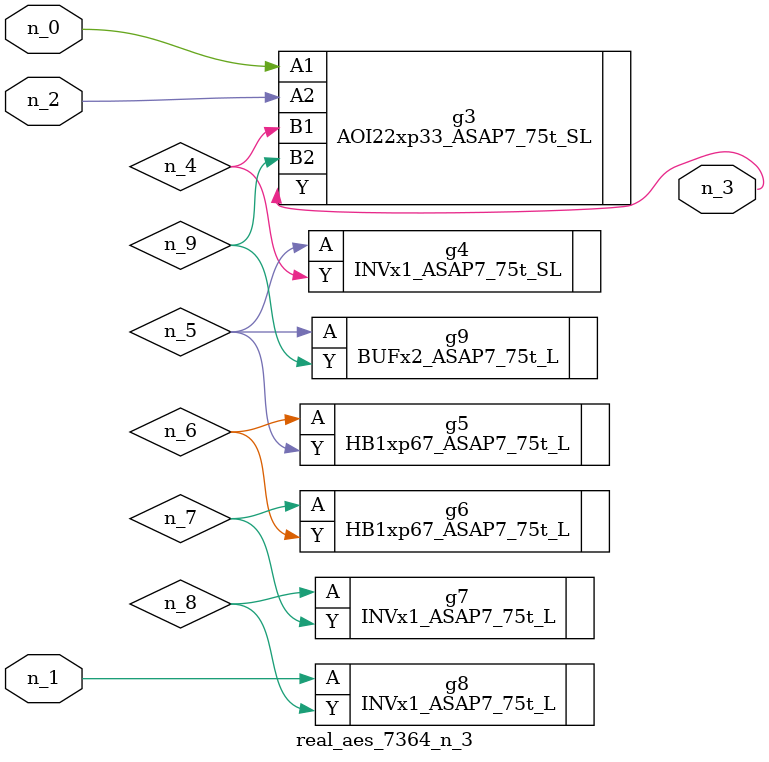
<source format=v>
module real_aes_7364_n_3 (n_0, n_2, n_1, n_3);
input n_0;
input n_2;
input n_1;
output n_3;
wire n_4;
wire n_5;
wire n_7;
wire n_9;
wire n_6;
wire n_8;
AOI22xp33_ASAP7_75t_SL g3 ( .A1(n_0), .A2(n_2), .B1(n_4), .B2(n_9), .Y(n_3) );
INVx1_ASAP7_75t_L g8 ( .A(n_1), .Y(n_8) );
INVx1_ASAP7_75t_SL g4 ( .A(n_5), .Y(n_4) );
BUFx2_ASAP7_75t_L g9 ( .A(n_5), .Y(n_9) );
HB1xp67_ASAP7_75t_L g5 ( .A(n_6), .Y(n_5) );
HB1xp67_ASAP7_75t_L g6 ( .A(n_7), .Y(n_6) );
INVx1_ASAP7_75t_L g7 ( .A(n_8), .Y(n_7) );
endmodule
</source>
